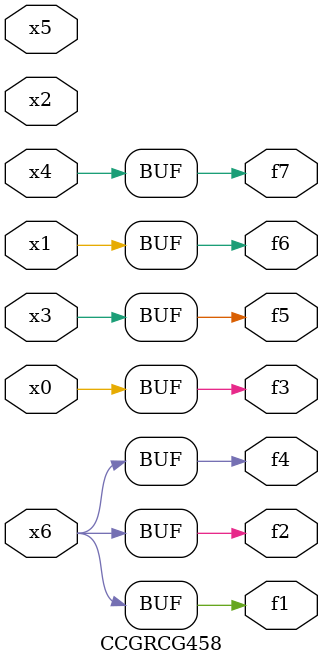
<source format=v>
module CCGRCG458(
	input x0, x1, x2, x3, x4, x5, x6,
	output f1, f2, f3, f4, f5, f6, f7
);
	assign f1 = x6;
	assign f2 = x6;
	assign f3 = x0;
	assign f4 = x6;
	assign f5 = x3;
	assign f6 = x1;
	assign f7 = x4;
endmodule

</source>
